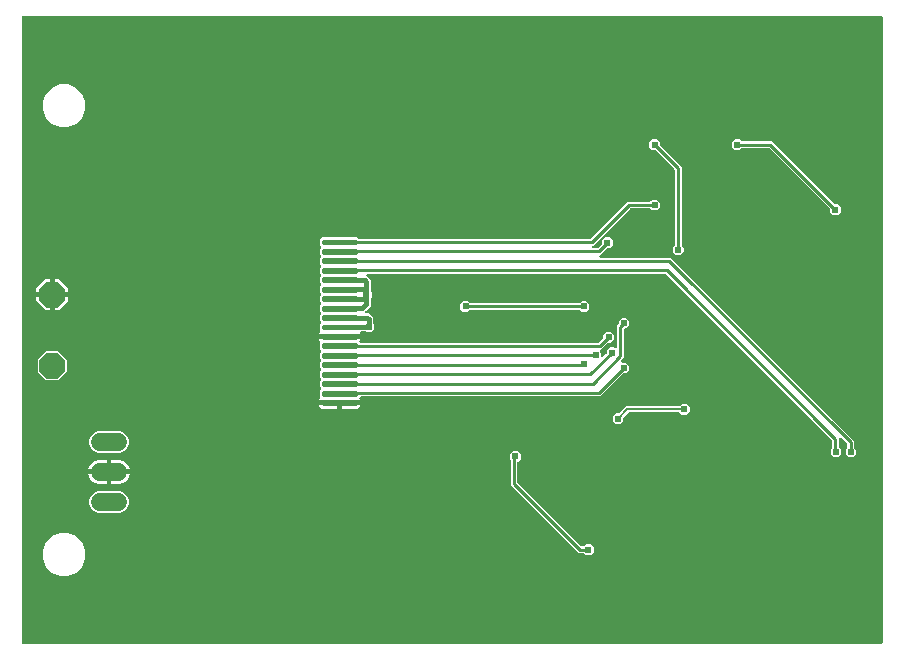
<source format=gbr>
G04 EAGLE Gerber RS-274X export*
G75*
%MOMM*%
%FSLAX34Y34*%
%LPD*%
%INBottom Copper*%
%IPPOS*%
%AMOC8*
5,1,8,0,0,1.08239X$1,22.5*%
G01*
G04 Define Apertures*
%ADD10C,0.255000*%
%ADD11P,2.33688X8X112.5*%
%ADD12C,1.524000*%
%ADD13C,0.604800*%
%ADD14C,0.406400*%
%ADD15C,0.254000*%
%ADD16C,0.203200*%
G36*
X332225Y-265899D02*
X331730Y-266000D01*
X-394730Y-266000D01*
X-395188Y-265915D01*
X-395614Y-265642D01*
X-395899Y-265225D01*
X-396000Y-264730D01*
X-396000Y264730D01*
X-395915Y265188D01*
X-395642Y265614D01*
X-395225Y265899D01*
X-394730Y266000D01*
X331730Y266000D01*
X332188Y265915D01*
X332614Y265642D01*
X332899Y265225D01*
X333000Y264730D01*
X333000Y-264730D01*
X332915Y-265188D01*
X332642Y-265614D01*
X332225Y-265899D01*
G37*
%LPC*%
G36*
X-363580Y172000D02*
X-356420Y172000D01*
X-349804Y174740D01*
X-344740Y179804D01*
X-342000Y186420D01*
X-342000Y193580D01*
X-344740Y200196D01*
X-349804Y205260D01*
X-356420Y208000D01*
X-363580Y208000D01*
X-370196Y205260D01*
X-375260Y200196D01*
X-378000Y193580D01*
X-378000Y186420D01*
X-375260Y179804D01*
X-370196Y174740D01*
X-363580Y172000D01*
G37*
G36*
X291116Y97452D02*
X294884Y97452D01*
X297548Y100116D01*
X297548Y103884D01*
X294884Y106548D01*
X292929Y106548D01*
X292453Y106641D01*
X292031Y106920D01*
X239157Y159794D01*
X214164Y159794D01*
X213687Y159887D01*
X213266Y160166D01*
X211884Y161548D01*
X208116Y161548D01*
X205452Y158884D01*
X205452Y155116D01*
X208116Y152452D01*
X211884Y152452D01*
X213266Y153834D01*
X213669Y154105D01*
X214164Y154206D01*
X236317Y154206D01*
X236793Y154113D01*
X237215Y153834D01*
X288080Y102969D01*
X288351Y102566D01*
X288452Y102071D01*
X288452Y100116D01*
X291116Y97452D01*
G37*
G36*
X158116Y63452D02*
X161884Y63452D01*
X164548Y66116D01*
X164548Y69884D01*
X163166Y71266D01*
X162895Y71669D01*
X162794Y72164D01*
X162794Y138157D01*
X144920Y156031D01*
X144649Y156434D01*
X144548Y156929D01*
X144548Y158884D01*
X141884Y161548D01*
X138116Y161548D01*
X135452Y158884D01*
X135452Y155116D01*
X138116Y152452D01*
X140071Y152452D01*
X140547Y152359D01*
X140969Y152080D01*
X156834Y136215D01*
X157105Y135812D01*
X157206Y135317D01*
X157206Y72164D01*
X157113Y71687D01*
X156834Y71266D01*
X155452Y69884D01*
X155452Y66116D01*
X158116Y63452D01*
G37*
G36*
X291616Y-107548D02*
X295384Y-107548D01*
X298048Y-104884D01*
X298048Y-101116D01*
X296166Y-99234D01*
X295895Y-98831D01*
X295794Y-98336D01*
X295794Y-91811D01*
X295872Y-91373D01*
X296138Y-90942D01*
X296550Y-90650D01*
X297044Y-90542D01*
X297541Y-90634D01*
X297962Y-90913D01*
X302834Y-95785D01*
X303105Y-96188D01*
X303206Y-96683D01*
X303206Y-99036D01*
X303113Y-99513D01*
X302834Y-99934D01*
X301652Y-101116D01*
X301652Y-104884D01*
X304316Y-107548D01*
X308084Y-107548D01*
X310748Y-104884D01*
X310748Y-101116D01*
X309166Y-99534D01*
X308895Y-99131D01*
X308794Y-98636D01*
X308794Y-93843D01*
X153557Y61394D01*
X94411Y61394D01*
X93973Y61472D01*
X93542Y61738D01*
X93250Y62150D01*
X93142Y62644D01*
X93234Y63141D01*
X93513Y63562D01*
X99031Y69080D01*
X99434Y69351D01*
X99929Y69452D01*
X101884Y69452D01*
X104548Y72116D01*
X104548Y75884D01*
X101884Y78548D01*
X98116Y78548D01*
X95452Y75884D01*
X95452Y73929D01*
X95359Y73453D01*
X95080Y73031D01*
X91815Y69766D01*
X91412Y69495D01*
X90917Y69394D01*
X88411Y69394D01*
X87973Y69472D01*
X87542Y69738D01*
X87250Y70150D01*
X87142Y70644D01*
X87234Y71141D01*
X87513Y71562D01*
X118785Y102834D01*
X119188Y103105D01*
X119683Y103206D01*
X135836Y103206D01*
X136313Y103113D01*
X136734Y102834D01*
X138116Y101452D01*
X141884Y101452D01*
X144548Y104116D01*
X144548Y107884D01*
X141884Y110548D01*
X138116Y110548D01*
X136734Y109166D01*
X136331Y108895D01*
X135836Y108794D01*
X116843Y108794D01*
X85815Y77766D01*
X85412Y77495D01*
X84917Y77394D01*
X-110160Y77394D01*
X-110636Y77487D01*
X-111058Y77766D01*
X-111916Y78624D01*
X-141684Y78624D01*
X-143324Y76984D01*
X-143324Y72216D01*
X-142606Y71498D01*
X-142343Y71114D01*
X-142235Y70620D01*
X-142327Y70123D01*
X-142606Y69702D01*
X-143324Y68984D01*
X-143324Y64216D01*
X-142606Y63498D01*
X-142343Y63114D01*
X-142235Y62620D01*
X-142327Y62123D01*
X-142606Y61702D01*
X-143324Y60984D01*
X-143324Y56216D01*
X-142606Y55498D01*
X-142343Y55114D01*
X-142235Y54620D01*
X-142327Y54123D01*
X-142606Y53702D01*
X-143324Y52984D01*
X-143324Y48216D01*
X-142606Y47498D01*
X-142343Y47114D01*
X-142235Y46620D01*
X-142327Y46123D01*
X-142606Y45702D01*
X-143324Y44984D01*
X-143324Y40216D01*
X-142606Y39498D01*
X-142343Y39114D01*
X-142235Y38620D01*
X-142327Y38123D01*
X-142606Y37702D01*
X-143324Y36984D01*
X-143324Y32216D01*
X-142606Y31498D01*
X-142343Y31114D01*
X-142235Y30620D01*
X-142327Y30123D01*
X-142606Y29702D01*
X-143324Y28984D01*
X-143324Y24216D01*
X-142606Y23498D01*
X-142343Y23114D01*
X-142235Y22620D01*
X-142327Y22123D01*
X-142606Y21702D01*
X-143324Y20984D01*
X-143324Y16216D01*
X-142606Y15498D01*
X-142343Y15114D01*
X-142235Y14620D01*
X-142327Y14123D01*
X-142606Y13702D01*
X-143324Y12984D01*
X-143324Y8216D01*
X-142606Y7498D01*
X-142343Y7114D01*
X-142235Y6620D01*
X-142327Y6123D01*
X-142606Y5702D01*
X-143324Y4984D01*
X-143324Y215D01*
X-143062Y-168D01*
X-142953Y-661D01*
X-143046Y-1158D01*
X-143325Y-1580D01*
X-144340Y-2595D01*
X-144340Y-3368D01*
X-109260Y-3368D01*
X-109260Y-2226D01*
X-109175Y-1768D01*
X-108902Y-1342D01*
X-108485Y-1057D01*
X-107990Y-956D01*
X-105002Y-956D01*
X-104525Y-1049D01*
X-104104Y-1328D01*
X-103884Y-1548D01*
X-100116Y-1548D01*
X-97452Y1116D01*
X-97452Y4884D01*
X-98072Y5504D01*
X-98343Y5907D01*
X-98444Y6402D01*
X-98444Y10473D01*
X-102127Y14156D01*
X-103749Y14156D01*
X-104188Y14234D01*
X-104618Y14500D01*
X-104910Y14912D01*
X-105019Y15406D01*
X-104926Y15903D01*
X-104647Y16324D01*
X-100444Y20527D01*
X-100444Y26598D01*
X-100351Y27075D01*
X-100072Y27496D01*
X-99452Y28116D01*
X-99452Y31884D01*
X-100072Y32504D01*
X-100343Y32907D01*
X-100444Y33402D01*
X-100444Y42473D01*
X-103609Y45638D01*
X-103864Y46004D01*
X-103980Y46496D01*
X-103896Y46994D01*
X-103623Y47420D01*
X-103206Y47705D01*
X-102711Y47806D01*
X148717Y47806D01*
X149193Y47713D01*
X149615Y47434D01*
X289834Y-92785D01*
X290105Y-93188D01*
X290206Y-93683D01*
X290206Y-99336D01*
X290113Y-99813D01*
X289834Y-100234D01*
X288952Y-101116D01*
X288952Y-104884D01*
X291616Y-107548D01*
G37*
G36*
X-383335Y32032D02*
X-372032Y32032D01*
X-372032Y43335D01*
X-375524Y43335D01*
X-383335Y35524D01*
X-383335Y32032D01*
G37*
G36*
X-367968Y32032D02*
X-356665Y32032D01*
X-356665Y35524D01*
X-364477Y43335D01*
X-367968Y43335D01*
X-367968Y32032D01*
G37*
G36*
X-367968Y16665D02*
X-364477Y16665D01*
X-356665Y24477D01*
X-356665Y27968D01*
X-367968Y27968D01*
X-367968Y16665D01*
G37*
G36*
X-375524Y16665D02*
X-372032Y16665D01*
X-372032Y27968D01*
X-383335Y27968D01*
X-383335Y24477D01*
X-375524Y16665D01*
G37*
G36*
X-21884Y15452D02*
X-18116Y15452D01*
X-16734Y16834D01*
X-16331Y17105D01*
X-15836Y17206D01*
X75836Y17206D01*
X76313Y17113D01*
X76734Y16834D01*
X78116Y15452D01*
X81884Y15452D01*
X84548Y18116D01*
X84548Y21884D01*
X81884Y24548D01*
X78116Y24548D01*
X76734Y23166D01*
X76331Y22895D01*
X75836Y22794D01*
X-15836Y22794D01*
X-16313Y22887D01*
X-16734Y23166D01*
X-18116Y24548D01*
X-21884Y24548D01*
X-24548Y21884D01*
X-24548Y18116D01*
X-21884Y15452D01*
G37*
G36*
X-144340Y-59368D02*
X-109260Y-59368D01*
X-109260Y-58595D01*
X-109493Y-58362D01*
X-109748Y-57996D01*
X-109864Y-57504D01*
X-109779Y-57006D01*
X-109507Y-56580D01*
X-109090Y-56295D01*
X-108595Y-56194D01*
X93757Y-56194D01*
X113031Y-36920D01*
X113434Y-36649D01*
X113929Y-36548D01*
X115884Y-36548D01*
X118548Y-33884D01*
X118548Y-30116D01*
X115884Y-27452D01*
X112565Y-27452D01*
X112127Y-27374D01*
X111696Y-27108D01*
X111404Y-26696D01*
X111296Y-26202D01*
X111388Y-25705D01*
X111667Y-25284D01*
X113794Y-23157D01*
X113794Y182D01*
X113879Y640D01*
X114152Y1066D01*
X114569Y1351D01*
X115064Y1452D01*
X115884Y1452D01*
X118548Y4116D01*
X118548Y7884D01*
X115884Y10548D01*
X112116Y10548D01*
X109452Y7884D01*
X109452Y5929D01*
X109359Y5453D01*
X109080Y5031D01*
X108206Y4157D01*
X108206Y-13708D01*
X108128Y-14147D01*
X107862Y-14577D01*
X107450Y-14869D01*
X106956Y-14978D01*
X106459Y-14885D01*
X106038Y-14606D01*
X105884Y-14452D01*
X102116Y-14452D01*
X99452Y-17116D01*
X99452Y-19071D01*
X99359Y-19547D01*
X99080Y-19969D01*
X96716Y-22333D01*
X96350Y-22588D01*
X95858Y-22704D01*
X95360Y-22619D01*
X94934Y-22347D01*
X94649Y-21930D01*
X94548Y-21435D01*
X94548Y-19116D01*
X93794Y-18362D01*
X93539Y-17996D01*
X93423Y-17504D01*
X93507Y-17006D01*
X93780Y-16580D01*
X94197Y-16295D01*
X94692Y-16194D01*
X94757Y-16194D01*
X100031Y-10920D01*
X100434Y-10649D01*
X100929Y-10548D01*
X102884Y-10548D01*
X105548Y-7884D01*
X105548Y-4116D01*
X102884Y-1452D01*
X99116Y-1452D01*
X96452Y-4116D01*
X96452Y-6071D01*
X96359Y-6547D01*
X96080Y-6969D01*
X92815Y-10234D01*
X92412Y-10505D01*
X91917Y-10606D01*
X-108595Y-10606D01*
X-109034Y-10528D01*
X-109464Y-10262D01*
X-109756Y-9850D01*
X-109865Y-9356D01*
X-109772Y-8859D01*
X-109493Y-8438D01*
X-109260Y-8205D01*
X-109260Y-7432D01*
X-144340Y-7432D01*
X-144340Y-8205D01*
X-143325Y-9220D01*
X-143062Y-9605D01*
X-142953Y-10098D01*
X-143046Y-10595D01*
X-143324Y-11015D01*
X-143324Y-15784D01*
X-142606Y-16502D01*
X-142343Y-16886D01*
X-142235Y-17380D01*
X-142327Y-17877D01*
X-142606Y-18298D01*
X-143324Y-19016D01*
X-143324Y-23784D01*
X-142606Y-24502D01*
X-142343Y-24886D01*
X-142235Y-25380D01*
X-142327Y-25877D01*
X-142606Y-26298D01*
X-143324Y-27016D01*
X-143324Y-31784D01*
X-142606Y-32502D01*
X-142343Y-32886D01*
X-142235Y-33380D01*
X-142327Y-33877D01*
X-142606Y-34298D01*
X-143324Y-35016D01*
X-143324Y-39784D01*
X-142606Y-40502D01*
X-142343Y-40886D01*
X-142235Y-41380D01*
X-142327Y-41877D01*
X-142606Y-42298D01*
X-143324Y-43016D01*
X-143324Y-47784D01*
X-142606Y-48502D01*
X-142343Y-48886D01*
X-142235Y-49380D01*
X-142327Y-49877D01*
X-142606Y-50298D01*
X-143324Y-51016D01*
X-143324Y-55785D01*
X-143062Y-56168D01*
X-142953Y-56661D01*
X-143046Y-57158D01*
X-143325Y-57580D01*
X-144340Y-58595D01*
X-144340Y-59368D01*
G37*
G36*
X-375103Y-42319D02*
X-364897Y-42319D01*
X-357681Y-35103D01*
X-357681Y-24897D01*
X-364897Y-17681D01*
X-375103Y-17681D01*
X-382319Y-24897D01*
X-382319Y-35103D01*
X-375103Y-42319D01*
G37*
G36*
X107116Y-79548D02*
X110884Y-79548D01*
X113548Y-76884D01*
X113548Y-74570D01*
X113641Y-74094D01*
X113920Y-73672D01*
X117680Y-69912D01*
X118083Y-69641D01*
X118578Y-69540D01*
X160582Y-69540D01*
X161059Y-69633D01*
X161480Y-69912D01*
X163116Y-71548D01*
X166884Y-71548D01*
X169548Y-68884D01*
X169548Y-65116D01*
X166884Y-62452D01*
X163116Y-62452D01*
X161480Y-64088D01*
X161077Y-64359D01*
X160582Y-64460D01*
X115948Y-64460D01*
X110328Y-70080D01*
X109925Y-70351D01*
X109430Y-70452D01*
X107116Y-70452D01*
X104452Y-73116D01*
X104452Y-76884D01*
X107116Y-79548D01*
G37*
G36*
X-124768Y-66440D02*
X-111495Y-66440D01*
X-109260Y-64205D01*
X-109260Y-63432D01*
X-124768Y-63432D01*
X-124768Y-66440D01*
G37*
G36*
X-142105Y-66440D02*
X-128832Y-66440D01*
X-128832Y-63432D01*
X-144340Y-63432D01*
X-144340Y-64205D01*
X-142105Y-66440D01*
G37*
G36*
X-331339Y-103744D02*
X-312461Y-103744D01*
X-309100Y-102352D01*
X-306528Y-99780D01*
X-305136Y-96419D01*
X-305136Y-92781D01*
X-306528Y-89420D01*
X-309100Y-86848D01*
X-312461Y-85456D01*
X-331339Y-85456D01*
X-334700Y-86848D01*
X-337272Y-89420D01*
X-338664Y-92781D01*
X-338664Y-96419D01*
X-337272Y-99780D01*
X-334700Y-102352D01*
X-331339Y-103744D01*
G37*
G36*
X82116Y-190548D02*
X85884Y-190548D01*
X88548Y-187884D01*
X88548Y-184116D01*
X85884Y-181452D01*
X82116Y-181452D01*
X80734Y-182834D01*
X80331Y-183105D01*
X79836Y-183206D01*
X78683Y-183206D01*
X78207Y-183113D01*
X77785Y-182834D01*
X24166Y-129215D01*
X23895Y-128812D01*
X23794Y-128317D01*
X23794Y-112164D01*
X23887Y-111687D01*
X24166Y-111266D01*
X26548Y-108884D01*
X26548Y-105116D01*
X23884Y-102452D01*
X20116Y-102452D01*
X17452Y-105116D01*
X17452Y-108884D01*
X17834Y-109266D01*
X18105Y-109669D01*
X18206Y-110164D01*
X18206Y-131157D01*
X75843Y-188794D01*
X79836Y-188794D01*
X80313Y-188887D01*
X80734Y-189166D01*
X82116Y-190548D01*
G37*
G36*
X-339675Y-117968D02*
X-323932Y-117968D01*
X-323932Y-109840D01*
X-331541Y-109840D01*
X-335275Y-111387D01*
X-338133Y-114245D01*
X-339675Y-117968D01*
G37*
G36*
X-319868Y-117968D02*
X-304125Y-117968D01*
X-305667Y-114245D01*
X-308525Y-111387D01*
X-312259Y-109840D01*
X-319868Y-109840D01*
X-319868Y-117968D01*
G37*
G36*
X-319868Y-130160D02*
X-312259Y-130160D01*
X-308525Y-128613D01*
X-305667Y-125755D01*
X-304125Y-122032D01*
X-319868Y-122032D01*
X-319868Y-130160D01*
G37*
G36*
X-331541Y-130160D02*
X-323932Y-130160D01*
X-323932Y-122032D01*
X-339675Y-122032D01*
X-338133Y-125755D01*
X-335275Y-128613D01*
X-331541Y-130160D01*
G37*
G36*
X-331339Y-154544D02*
X-312461Y-154544D01*
X-309100Y-153152D01*
X-306528Y-150580D01*
X-305136Y-147219D01*
X-305136Y-143581D01*
X-306528Y-140220D01*
X-309100Y-137648D01*
X-312461Y-136256D01*
X-331339Y-136256D01*
X-334700Y-137648D01*
X-337272Y-140220D01*
X-338664Y-143581D01*
X-338664Y-147219D01*
X-337272Y-150580D01*
X-334700Y-153152D01*
X-331339Y-154544D01*
G37*
G36*
X-363580Y-208000D02*
X-356420Y-208000D01*
X-349804Y-205260D01*
X-344740Y-200196D01*
X-342000Y-193580D01*
X-342000Y-186420D01*
X-344740Y-179804D01*
X-349804Y-174740D01*
X-356420Y-172000D01*
X-363580Y-172000D01*
X-370196Y-174740D01*
X-375260Y-179804D01*
X-378000Y-186420D01*
X-378000Y-193580D01*
X-375260Y-200196D01*
X-370196Y-205260D01*
X-363580Y-208000D01*
G37*
%LPD*%
D10*
X-140525Y-60175D02*
X-113075Y-60175D01*
X-113075Y-62625D01*
X-140525Y-62625D01*
X-140525Y-60175D01*
X-140525Y-60203D02*
X-113075Y-60203D01*
X-113075Y-52175D02*
X-140525Y-52175D01*
X-113075Y-52175D02*
X-113075Y-54625D01*
X-140525Y-54625D01*
X-140525Y-52175D01*
X-140525Y-52203D02*
X-113075Y-52203D01*
X-113075Y-44175D02*
X-140525Y-44175D01*
X-113075Y-44175D02*
X-113075Y-46625D01*
X-140525Y-46625D01*
X-140525Y-44175D01*
X-140525Y-44203D02*
X-113075Y-44203D01*
X-113075Y-36175D02*
X-140525Y-36175D01*
X-113075Y-36175D02*
X-113075Y-38625D01*
X-140525Y-38625D01*
X-140525Y-36175D01*
X-140525Y-36203D02*
X-113075Y-36203D01*
X-113075Y-28175D02*
X-140525Y-28175D01*
X-113075Y-28175D02*
X-113075Y-30625D01*
X-140525Y-30625D01*
X-140525Y-28175D01*
X-140525Y-28203D02*
X-113075Y-28203D01*
X-113075Y-20175D02*
X-140525Y-20175D01*
X-113075Y-20175D02*
X-113075Y-22625D01*
X-140525Y-22625D01*
X-140525Y-20175D01*
X-140525Y-20203D02*
X-113075Y-20203D01*
X-113075Y-12175D02*
X-140525Y-12175D01*
X-113075Y-12175D02*
X-113075Y-14625D01*
X-140525Y-14625D01*
X-140525Y-12175D01*
X-140525Y-12203D02*
X-113075Y-12203D01*
X-113075Y-4175D02*
X-140525Y-4175D01*
X-113075Y-4175D02*
X-113075Y-6625D01*
X-140525Y-6625D01*
X-140525Y-4175D01*
X-140525Y-4203D02*
X-113075Y-4203D01*
X-113075Y3825D02*
X-140525Y3825D01*
X-113075Y3825D02*
X-113075Y1375D01*
X-140525Y1375D01*
X-140525Y3825D01*
X-140525Y3797D02*
X-113075Y3797D01*
X-113075Y11825D02*
X-140525Y11825D01*
X-113075Y11825D02*
X-113075Y9375D01*
X-140525Y9375D01*
X-140525Y11825D01*
X-140525Y11797D02*
X-113075Y11797D01*
X-113075Y19825D02*
X-140525Y19825D01*
X-113075Y19825D02*
X-113075Y17375D01*
X-140525Y17375D01*
X-140525Y19825D01*
X-140525Y19797D02*
X-113075Y19797D01*
X-113075Y27825D02*
X-140525Y27825D01*
X-113075Y27825D02*
X-113075Y25375D01*
X-140525Y25375D01*
X-140525Y27825D01*
X-140525Y27797D02*
X-113075Y27797D01*
X-113075Y35825D02*
X-140525Y35825D01*
X-113075Y35825D02*
X-113075Y33375D01*
X-140525Y33375D01*
X-140525Y35825D01*
X-140525Y35797D02*
X-113075Y35797D01*
X-113075Y43825D02*
X-140525Y43825D01*
X-113075Y43825D02*
X-113075Y41375D01*
X-140525Y41375D01*
X-140525Y43825D01*
X-140525Y43797D02*
X-113075Y43797D01*
X-113075Y51825D02*
X-140525Y51825D01*
X-113075Y51825D02*
X-113075Y49375D01*
X-140525Y49375D01*
X-140525Y51825D01*
X-140525Y51797D02*
X-113075Y51797D01*
X-113075Y59825D02*
X-140525Y59825D01*
X-113075Y59825D02*
X-113075Y57375D01*
X-140525Y57375D01*
X-140525Y59825D01*
X-140525Y59797D02*
X-113075Y59797D01*
X-113075Y67825D02*
X-140525Y67825D01*
X-113075Y67825D02*
X-113075Y65375D01*
X-140525Y65375D01*
X-140525Y67825D01*
X-140525Y67797D02*
X-113075Y67797D01*
X-113075Y75825D02*
X-140525Y75825D01*
X-113075Y75825D02*
X-113075Y73375D01*
X-140525Y73375D01*
X-140525Y75825D01*
X-140525Y75797D02*
X-113075Y75797D01*
D11*
X-370000Y-30000D03*
X-370000Y30000D03*
D12*
X-329520Y-94600D02*
X-314280Y-94600D01*
X-314280Y-120000D02*
X-329520Y-120000D01*
X-329520Y-145400D02*
X-314280Y-145400D01*
D13*
X-146000Y-150000D03*
X-131000Y-133000D03*
X-132000Y-167000D03*
X-125000Y-128000D03*
X-142000Y-110000D03*
X-125000Y-91000D03*
X-50000Y-200000D03*
X154000Y-200000D03*
X120000Y-174000D03*
X120000Y-154000D03*
X70000Y-120000D03*
X-7000Y-140000D03*
X-5000Y-181000D03*
X-5000Y-189000D03*
X319000Y-101000D03*
X319000Y101000D03*
X330000Y115000D03*
X330000Y135000D03*
X210000Y222000D03*
X140000Y222000D03*
X-105000Y-62000D03*
X-60000Y3000D03*
X-56000Y40000D03*
X-106000Y-5000D03*
X245000Y135000D03*
X115000Y44000D03*
X310000Y-145000D03*
X290000Y-145000D03*
X330000Y-110000D03*
X330000Y-140000D03*
X330000Y-170000D03*
X330000Y-200000D03*
X330000Y-230000D03*
X330000Y-260000D03*
X330000Y260000D03*
X330000Y230000D03*
X330000Y200000D03*
X330000Y170000D03*
X280000Y250000D03*
X50000Y249000D03*
X-170000Y250000D03*
X-380000Y249000D03*
X-380000Y150000D03*
X-380000Y79000D03*
X-380000Y-10000D03*
X-380000Y-70000D03*
X-380000Y-250000D03*
X-170000Y-250000D03*
X170000Y-250000D03*
X290000Y-250000D03*
X260000Y-170000D03*
X260000Y170000D03*
X130000Y-90000D03*
X130000Y90000D03*
X-140000Y100000D03*
X-233000Y-228000D03*
X-248000Y210000D03*
X-80000Y180000D03*
X50000Y180000D03*
X-70000Y-80000D03*
X70000Y-80000D03*
X80000Y-114000D03*
X80000Y-134000D03*
X100000Y-240564D03*
D14*
X-103600Y10600D02*
X-126800Y10600D01*
X-103600Y10600D02*
X-102000Y9000D01*
X-102000Y3000D01*
D13*
X-102000Y3000D03*
D14*
X-102400Y2600D02*
X-126800Y2600D01*
X-102400Y2600D02*
X-102000Y3000D01*
X-105600Y42600D02*
X-126800Y42600D01*
X-105600Y42600D02*
X-104000Y41000D01*
X-104000Y34000D01*
X-104000Y30000D01*
X-104000Y27000D01*
X-104000Y22000D01*
X-107400Y18600D01*
X-126800Y18600D01*
X-126800Y26600D02*
X-104400Y26600D01*
D15*
X-104000Y27000D01*
D14*
X-104600Y34600D02*
X-126800Y34600D01*
D15*
X-104600Y34600D02*
X-104000Y34000D01*
D13*
X-104000Y30000D03*
D15*
X-126800Y50600D02*
X150400Y50600D01*
X293000Y-92000D01*
X293000Y-103500D01*
X293500Y-103000D01*
D13*
X293500Y-103000D03*
D15*
X152400Y58600D02*
X-126800Y58600D01*
X152400Y58600D02*
X306000Y-95000D01*
X306000Y-102800D01*
X306200Y-103000D01*
D13*
X306200Y-103000D03*
D15*
X92600Y66600D02*
X-126800Y66600D01*
X92600Y66600D02*
X100000Y74000D01*
D13*
X100000Y74000D03*
D15*
X86600Y74600D02*
X-126800Y74600D01*
X86600Y74600D02*
X118000Y106000D01*
X140000Y106000D01*
D13*
X140000Y106000D03*
D15*
X92600Y-53400D02*
X-126800Y-53400D01*
X92600Y-53400D02*
X114000Y-32000D01*
D13*
X114000Y-32000D03*
D15*
X87600Y-45400D02*
X-126800Y-45400D01*
X87600Y-45400D02*
X111000Y-22000D01*
X111000Y3000D01*
X114000Y6000D01*
D13*
X114000Y6000D03*
D15*
X85600Y-37400D02*
X-126800Y-37400D01*
X85600Y-37400D02*
X104000Y-19000D01*
D13*
X104000Y-19000D03*
D15*
X79600Y-29400D02*
X-126800Y-29400D01*
X79600Y-29400D02*
X80000Y-29000D01*
D13*
X80000Y-29000D03*
D15*
X89600Y-21400D02*
X-126800Y-21400D01*
X89600Y-21400D02*
X90000Y-21000D01*
D13*
X90000Y-21000D03*
D15*
X93600Y-13400D02*
X-126800Y-13400D01*
X93600Y-13400D02*
X101000Y-6000D01*
D13*
X101000Y-6000D03*
X80000Y20000D03*
D15*
X-20000Y20000D01*
D13*
X-20000Y20000D03*
X293000Y102000D03*
D15*
X238000Y157000D01*
X210000Y157000D01*
D13*
X210000Y157000D03*
X160000Y68000D03*
D15*
X160000Y137000D01*
X140000Y157000D01*
D13*
X140000Y157000D03*
X84000Y-186000D03*
D15*
X77000Y-186000D01*
X21000Y-130000D01*
X21000Y-108000D01*
X22000Y-107000D01*
D13*
X22000Y-107000D03*
X165000Y-67000D03*
D16*
X117000Y-67000D01*
X109000Y-75000D01*
D13*
X109000Y-75000D03*
M02*

</source>
